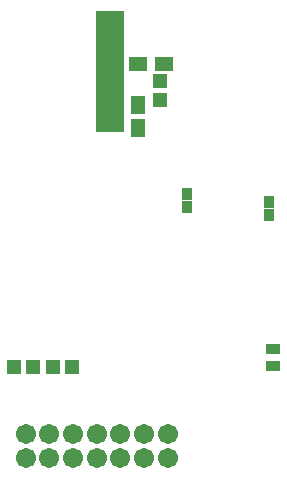
<source format=gts>
G04 #@! TF.FileFunction,Soldermask,Top*
%FSLAX46Y46*%
G04 Gerber Fmt 4.6, Leading zero omitted, Abs format (unit mm)*
G04 Created by KiCad (PCBNEW 4.0.6) date 08/07/17 19:53:01*
%MOMM*%
%LPD*%
G01*
G04 APERTURE LIST*
%ADD10C,0.100000*%
%ADD11R,2.400000X1.400000*%
%ADD12R,1.150000X1.600000*%
%ADD13R,1.600000X1.300000*%
%ADD14R,1.200000X1.200000*%
%ADD15R,0.900000X1.000000*%
%ADD16C,1.705560*%
%ADD17R,1.300000X0.900000*%
G04 APERTURE END LIST*
D10*
D11*
X154089600Y-94273200D03*
X154089600Y-93003200D03*
X154089600Y-91733200D03*
X154089600Y-90463200D03*
X154089600Y-89193200D03*
X154089600Y-87923200D03*
X154089600Y-86653200D03*
X154089600Y-85383200D03*
D12*
X156464000Y-92631600D03*
X156464000Y-94531600D03*
D13*
X158630800Y-89162000D03*
X156430800Y-89162000D03*
D14*
X145961200Y-114816000D03*
X147561200Y-114816000D03*
X149263200Y-114816000D03*
X150863200Y-114816000D03*
X158343600Y-90597200D03*
X158343600Y-92197200D03*
D15*
X167589200Y-101954800D03*
X167589200Y-100854800D03*
D16*
X146970000Y-120470000D03*
X146970000Y-122468980D03*
X148968980Y-120470000D03*
X148968980Y-122468980D03*
X150967960Y-120470000D03*
X150967960Y-122468980D03*
X152969480Y-120470000D03*
X152969480Y-122468980D03*
X154968460Y-120470000D03*
X154968460Y-122468980D03*
X156969980Y-120470000D03*
X156969980Y-122468980D03*
X158968960Y-120470000D03*
X158968960Y-122468980D03*
D15*
X160604200Y-101294400D03*
X160604200Y-100194400D03*
D17*
X167894000Y-113253200D03*
X167894000Y-114753200D03*
M02*

</source>
